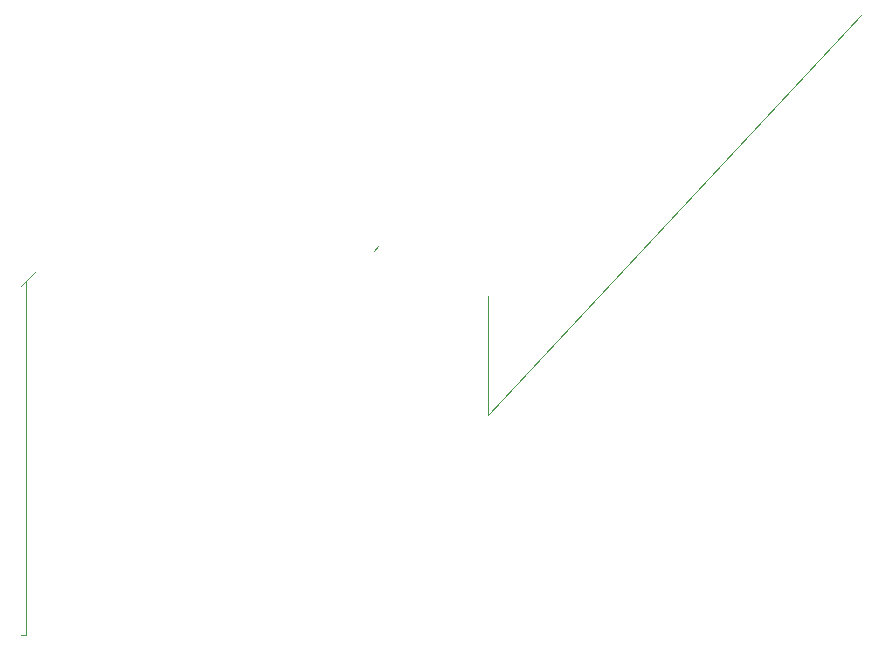
<source format=gbr>
From c92f0855093752855b6888eaad6ce2c244f59f0f Mon Sep 17 00:00:00 2001
From: jaseg <git@jaseg.net>
Date: Sat, 2 Feb 2019 10:43:34 +0900
Subject: driver: fix a few misplaced vias, set grid origin, fix bottom mask

---
 driver/gerber/driver-B.Cu.gbr | 20 +++++++++++---------
 1 file changed, 11 insertions(+), 9 deletions(-)

(limited to 'driver/gerber/driver-B.Cu.gbr')

diff --git a/driver/gerber/driver-B.Cu.gbr b/driver/gerber/driver-B.Cu.gbr
index bdd86b9..c4f31d6 100644
--- a/driver/gerber/driver-B.Cu.gbr
+++ b/driver/gerber/driver-B.Cu.gbr
@@ -1,12 +1,12 @@
 G04 #@! TF.GenerationSoftware,KiCad,Pcbnew,(5.0.1)*
-G04 #@! TF.CreationDate,2019-01-31T15:41:56+09:00*
+G04 #@! TF.CreationDate,2019-02-02T10:43:19+09:00*
 G04 #@! TF.ProjectId,driver,6472697665722E6B696361645F706362,rev?*
 G04 #@! TF.SameCoordinates,Original*
 G04 #@! TF.FileFunction,Copper,L2,Bot,Signal*
 G04 #@! TF.FilePolarity,Positive*
 %FSLAX46Y46*%
 G04 Gerber Fmt 4.6, Leading zero omitted, Abs format (unit mm)*
-G04 Created by KiCad (PCBNEW (5.0.1)) date Thu Jan 31 15:41:56 2019*
+G04 Created by KiCad (PCBNEW (5.0.1)) date Sat Feb  2 10:43:19 2019*
 %MOMM*%
 %LPD*%
 G01*
@@ -796,9 +796,9 @@ X107500000Y-74900000D03*
 D29*
 X110400000Y-77600000D03*
 X111600000Y-79300000D03*
-X126800000Y-78700000D03*
-X121300000Y-76000000D03*
-X122100000Y-76000000D03*
+X129800000Y-79300000D03*
+X121300000Y-76200000D03*
+X122100000Y-76200000D03*
 X121300000Y-77000000D03*
 X122100000Y-77000000D03*
 X123600000Y-79100000D03*
@@ -832,7 +832,7 @@ X154000000Y-77500000D03*
 G04 #@! TO.N,/ISO_GND*
 X152000000Y-79000000D03*
 X138000000Y-73000000D03*
-X143500000Y-78500000D03*
+X143700000Y-78600000D03*
 X147000000Y-74800000D03*
 X154400000Y-73100000D03*
 X164600000Y-72300000D03*
@@ -1242,10 +1242,12 @@ X133000000Y-106200000D01*
 X133000000Y-106200000D02*
 X133000000Y-96099998D01*
 G04 #@! TO.N,/VIN*
-X94750000Y-94000000D02*
-X93500000Y-95250000D01*
-X93500000Y-95250000D02*
+X93900000Y-124750000D02*
 X93500000Y-124750000D01*
+X94750000Y-94000000D02*
+X93900000Y-94850000D01*
+X93900000Y-94850000D02*
+X93900000Y-124750000D01*
 G04 #@! TO.N,/CTRL_B*
 X123762334Y-91837666D02*
 X123362335Y-92237665D01*
-- 
cgit 


</source>
